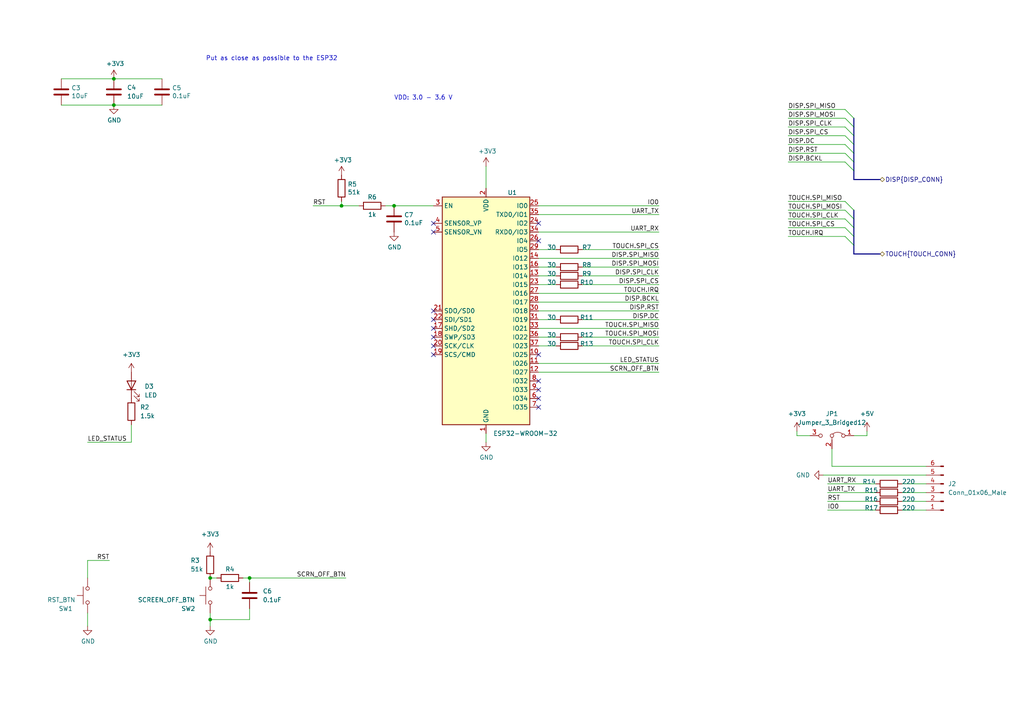
<source format=kicad_sch>
(kicad_sch (version 20211123) (generator eeschema)
  (paper "A4")
  (lib_symbols
    (symbol "Connector:Conn_01x06_Male" (pin_names (offset 1.016) hide)
      (property "Reference" "J" (at 0 7.62 0))
      (property "Value" "Conn_01x06_Male" (at 0 -10.16 0))
      (symbol "Conn_01x06_Male_1_1"
        (polyline (pts (xy 1.27 -7.62) (xy 0.8636 -7.62)) (stroke (width 0.1524)))
        (polyline (pts (xy 1.27 -5.08) (xy 0.8636 -5.08)) (stroke (width 0.1524)))
        (polyline (pts (xy 1.27 -2.54) (xy 0.8636 -2.54)) (stroke (width 0.1524)))
        (polyline (pts (xy 1.27 0) (xy 0.8636 0)) (stroke (width 0.1524)))
        (polyline (pts (xy 1.27 2.54) (xy 0.8636 2.54)) (stroke (width 0.1524)))
        (polyline (pts (xy 1.27 5.08) (xy 0.8636 5.08)) (stroke (width 0.1524)))
        (rectangle (start 0.8636 -7.493) (end 0 -7.747) (stroke (width 0.1524)) (fill (type outline)))
        (rectangle (start 0.8636 -4.953) (end 0 -5.207) (stroke (width 0.1524)) (fill (type outline)))
        (rectangle (start 0.8636 -2.413) (end 0 -2.667) (stroke (width 0.1524)) (fill (type outline)))
        (rectangle (start 0.8636 0.127) (end 0 -0.127) (stroke (width 0.1524)) (fill (type outline)))
        (rectangle (start 0.8636 2.667) (end 0 2.413) (stroke (width 0.1524)) (fill (type outline)))
        (rectangle (start 0.8636 5.207) (end 0 4.953) (stroke (width 0.1524)) (fill (type outline)))
        (pin passive line (at 5.08 5.08 180) (length 3.81) (name "Pin_1") (number "1"))
        (pin passive line (at 5.08 2.54 180) (length 3.81) (name "Pin_2") (number "2"))
        (pin passive line (at 5.08 0 180) (length 3.81) (name "Pin_3") (number "3"))
        (pin passive line (at 5.08 -2.54 180) (length 3.81) (name "Pin_4") (number "4"))
        (pin passive line (at 5.08 -5.08 180) (length 3.81) (name "Pin_5") (number "5"))
        (pin passive line (at 5.08 -7.62 180) (length 3.81) (name "Pin_6") (number "6"))
      )
    )
    (symbol "Device:C" (pin_numbers hide) (pin_names (offset 0.254))
      (property "Reference" "C" (at 0.635 2.54 0))
      (property "Value" "C" (at 0.635 -2.54 0))
      (symbol "C_0_1"
        (polyline (pts (xy -2.032 -0.762) (xy 2.032 -0.762)) (stroke (width 0.508)))
        (polyline (pts (xy -2.032 0.762) (xy 2.032 0.762)) (stroke (width 0.508)))
      )
      (symbol "C_1_1"
        (pin passive line (at 0 3.81 270) (length 2.794) (name "~") (number "1"))
        (pin passive line (at 0 -3.81 90) (length 2.794) (name "~") (number "2"))
      )
    )
    (symbol "Device:LED" (pin_numbers hide) (pin_names (offset 1.016) hide)
      (property "Reference" "D" (at 0 2.54 0))
      (property "Value" "LED" (at 0 -2.54 0))
      (symbol "LED_0_1"
        (polyline (pts (xy -1.27 -1.27) (xy -1.27 1.27)) (stroke (width 0.254)))
        (polyline (pts (xy -1.27 0) (xy 1.27 0)))
        (polyline (pts (xy 1.27 -1.27) (xy 1.27 1.27) (xy -1.27 0) (xy 1.27 -1.27)) (stroke (width 0.254)))
        (polyline (pts (xy -3.048 -0.762) (xy -4.572 -2.286) (xy -3.81 -2.286) (xy -4.572 -2.286) (xy -4.572 -1.524)))
        (polyline (pts (xy -1.778 -0.762) (xy -3.302 -2.286) (xy -2.54 -2.286) (xy -3.302 -2.286) (xy -3.302 -1.524)))
      )
      (symbol "LED_1_1"
        (pin passive line (at -3.81 0 0) (length 2.54) (name "K") (number "1"))
        (pin passive line (at 3.81 0 180) (length 2.54) (name "A") (number "2"))
      )
    )
    (symbol "Device:R" (pin_numbers hide) (pin_names (offset 0))
      (property "Reference" "R" (at 2.032 0 90))
      (property "Value" "R" (at 0 0 90))
      (symbol "R_0_1"
        (rectangle (start -1.016 -2.54) (end 1.016 2.54) (stroke (width 0.254)))
      )
      (symbol "R_1_1"
        (pin passive line (at 0 3.81 270) (length 1.27) (name "~") (number "1"))
        (pin passive line (at 0 -3.81 90) (length 1.27) (name "~") (number "2"))
      )
    )
    (symbol "Jumper:Jumper_3_Bridged12" (pin_names (offset 0) hide)
      (property "Reference" "JP" (at -2.54 -2.54 0))
      (property "Value" "Jumper_3_Bridged12" (at 0 2.794 0))
      (symbol "Jumper_3_Bridged12_0_0"
        (circle (center -3.302 0) (radius 0.508))
        (circle (center 0 0) (radius 0.508))
        (circle (center 3.302 0) (radius 0.508))
      )
      (symbol "Jumper_3_Bridged12_0_1"
        (arc (start -0.254 0.508) (mid -1.651 0.9912) (end -3.048 0.508))
        (polyline (pts (xy 0 -1.27) (xy 0 -0.508)))
      )
      (symbol "Jumper_3_Bridged12_1_1"
        (pin passive line (at -6.35 0 0) (length 2.54) (name "A") (number "1"))
        (pin input line (at 0 -3.81 90) (length 2.54) (name "C") (number "2"))
        (pin passive line (at 6.35 0 180) (length 2.54) (name "B") (number "3"))
      )
    )
    (symbol "RF_Module:ESP32-WROOM-32"
      (property "Reference" "U" (at -12.7 34.29 0))
      (property "Value" "ESP32-WROOM-32" (at 1.27 34.29 0))
      (symbol "ESP32-WROOM-32_0_1"
        (rectangle (start -12.7 33.02) (end 12.7 -33.02) (stroke (width 0.254)) (fill (type background)))
      )
      (symbol "ESP32-WROOM-32_1_1"
        (pin power_in line (at 0 -35.56 90) (length 2.54) (name "GND") (number "1"))
        (pin bidirectional line (at 15.24 -12.7 180) (length 2.54) (name "IO25") (number "10"))
        (pin bidirectional line (at 15.24 -15.24 180) (length 2.54) (name "IO26") (number "11"))
        (pin bidirectional line (at 15.24 -17.78 180) (length 2.54) (name "IO27") (number "12"))
        (pin bidirectional line (at 15.24 10.16 180) (length 2.54) (name "IO14") (number "13"))
        (pin bidirectional line (at 15.24 15.24 180) (length 2.54) (name "IO12") (number "14"))
        (pin passive line (at 0 -35.56 90) (length 2.54) hide (name "GND") (number "15"))
        (pin bidirectional line (at 15.24 12.7 180) (length 2.54) (name "IO13") (number "16"))
        (pin bidirectional line (at -15.24 -5.08 0) (length 2.54) (name "SHD/SD2") (number "17"))
        (pin bidirectional line (at -15.24 -7.62 0) (length 2.54) (name "SWP/SD3") (number "18"))
        (pin bidirectional line (at -15.24 -12.7 0) (length 2.54) (name "SCS/CMD") (number "19"))
        (pin power_in line (at 0 35.56 270) (length 2.54) (name "VDD") (number "2"))
        (pin bidirectional line (at -15.24 -10.16 0) (length 2.54) (name "SCK/CLK") (number "20"))
        (pin bidirectional line (at -15.24 0 0) (length 2.54) (name "SDO/SD0") (number "21"))
        (pin bidirectional line (at -15.24 -2.54 0) (length 2.54) (name "SDI/SD1") (number "22"))
        (pin bidirectional line (at 15.24 7.62 180) (length 2.54) (name "IO15") (number "23"))
        (pin bidirectional line (at 15.24 25.4 180) (length 2.54) (name "IO2") (number "24"))
        (pin bidirectional line (at 15.24 30.48 180) (length 2.54) (name "IO0") (number "25"))
        (pin bidirectional line (at 15.24 20.32 180) (length 2.54) (name "IO4") (number "26"))
        (pin bidirectional line (at 15.24 5.08 180) (length 2.54) (name "IO16") (number "27"))
        (pin bidirectional line (at 15.24 2.54 180) (length 2.54) (name "IO17") (number "28"))
        (pin bidirectional line (at 15.24 17.78 180) (length 2.54) (name "IO5") (number "29"))
        (pin input line (at -15.24 30.48 0) (length 2.54) (name "EN") (number "3"))
        (pin bidirectional line (at 15.24 0 180) (length 2.54) (name "IO18") (number "30"))
        (pin bidirectional line (at 15.24 -2.54 180) (length 2.54) (name "IO19") (number "31"))
        (pin no_connect line (at -12.7 -27.94 0) (length 2.54) hide (name "NC") (number "32"))
        (pin bidirectional line (at 15.24 -5.08 180) (length 2.54) (name "IO21") (number "33"))
        (pin bidirectional line (at 15.24 22.86 180) (length 2.54) (name "RXD0/IO3") (number "34"))
        (pin bidirectional line (at 15.24 27.94 180) (length 2.54) (name "TXD0/IO1") (number "35"))
        (pin bidirectional line (at 15.24 -7.62 180) (length 2.54) (name "IO22") (number "36"))
        (pin bidirectional line (at 15.24 -10.16 180) (length 2.54) (name "IO23") (number "37"))
        (pin passive line (at 0 -35.56 90) (length 2.54) hide (name "GND") (number "38"))
        (pin passive line (at 0 -35.56 90) (length 2.54) hide (name "GND") (number "39"))
        (pin input line (at -15.24 25.4 0) (length 2.54) (name "SENSOR_VP") (number "4"))
        (pin input line (at -15.24 22.86 0) (length 2.54) (name "SENSOR_VN") (number "5"))
        (pin input line (at 15.24 -25.4 180) (length 2.54) (name "IO34") (number "6"))
        (pin input line (at 15.24 -27.94 180) (length 2.54) (name "IO35") (number "7"))
        (pin bidirectional line (at 15.24 -20.32 180) (length 2.54) (name "IO32") (number "8"))
        (pin bidirectional line (at 15.24 -22.86 180) (length 2.54) (name "IO33") (number "9"))
      )
    )
    (symbol "Switch:SW_Push" (pin_numbers hide) (pin_names (offset 1.016) hide)
      (property "Reference" "SW" (at 1.27 2.54 0))
      (property "Value" "SW_Push" (at 0 -1.524 0))
      (symbol "SW_Push_0_1"
        (circle (center -2.032 0) (radius 0.508))
        (polyline (pts (xy 0 1.27) (xy 0 3.048)))
        (polyline (pts (xy 2.54 1.27) (xy -2.54 1.27)))
        (circle (center 2.032 0) (radius 0.508))
        (pin passive line (at -5.08 0 0) (length 2.54) (name "1") (number "1"))
        (pin passive line (at 5.08 0 180) (length 2.54) (name "2") (number "2"))
      )
    )
    (symbol "power:+3.3V" (power) (pin_names (offset 0))
      (property "Value" "+3.3V" (at 0 3.556 0))
      (symbol "+3.3V_0_1"
        (polyline (pts (xy -0.762 1.27) (xy 0 2.54)))
        (polyline (pts (xy 0 0) (xy 0 2.54)))
        (polyline (pts (xy 0 2.54) (xy 0.762 1.27)))
      )
      (symbol "+3.3V_1_1"
        (pin power_in line (at 0 0 90) (length 0) hide (name "+3V3") (number "1"))
      )
    )
    (symbol "power:+5V" (power) (pin_names (offset 0))
      (property "Value" "+5V" (at 0 3.556 0))
      (symbol "+5V_0_1"
        (polyline (pts (xy -0.762 1.27) (xy 0 2.54)))
        (polyline (pts (xy 0 0) (xy 0 2.54)))
        (polyline (pts (xy 0 2.54) (xy 0.762 1.27)))
      )
      (symbol "+5V_1_1"
        (pin power_in line (at 0 0 90) (length 0) hide (name "+5V") (number "1"))
      )
    )
    (symbol "power:GND" (power) (pin_names (offset 0))
      (property "Value" "GND" (at 0 -3.81 0))
      (symbol "GND_0_1"
        (polyline (pts (xy 0 0) (xy 0 -1.27) (xy 1.27 -1.27) (xy 0 -2.54) (xy -1.27 -1.27) (xy 0 -1.27)))
      )
      (symbol "GND_1_1"
        (pin power_in line (at 0 0 270) (length 0) hide (name "GND") (number "1"))
      )
    )
  )
  (bus_alias "TOUCH_CONN" (members "SPI_MISO" "SPI_MOSI" "SPI_CLK" "SPI_CS" "IRQ"))
  (junction (at 33.02 22.86))
  (junction (at 60.96 167.64))
  (junction (at 60.96 179.705))
  (junction (at 72.39 167.64))
  (junction (at 99.06 59.69))
  (junction (at 114.3 59.69))
  (junction (at 33.02 30.48))
  (no_connect (at 125.73 97.79))
  (no_connect (at 125.73 95.25))
  (no_connect (at 156.21 115.57))
  (no_connect (at 156.21 118.11))
  (no_connect (at 125.73 67.31))
  (no_connect (at 125.73 100.33))
  (no_connect (at 156.21 64.77))
  (no_connect (at 156.21 110.49))
  (no_connect (at 156.21 102.87))
  (no_connect (at 125.73 90.17))
  (no_connect (at 125.73 64.77))
  (no_connect (at 156.21 69.85))
  (no_connect (at 125.73 92.71))
  (no_connect (at 125.73 102.87))
  (no_connect (at 156.21 113.03))
  (bus_entry (at 245.11 60.96) (size 2.54 2.54))
  (bus_entry (at 245.11 34.29) (size 2.54 2.54))
  (bus_entry (at 245.11 68.58) (size 2.54 2.54))
  (bus_entry (at 245.11 41.91) (size 2.54 2.54))
  (bus_entry (at 245.11 66.04) (size 2.54 2.54))
  (bus_entry (at 245.11 63.5) (size 2.54 2.54))
  (bus_entry (at 245.11 39.37) (size 2.54 2.54))
  (bus_entry (at 245.11 46.99) (size 2.54 2.54))
  (bus_entry (at 245.11 58.42) (size 2.54 2.54))
  (bus_entry (at 245.11 31.75) (size 2.54 2.54))
  (bus_entry (at 245.11 36.83) (size 2.54 2.54))
  (bus_entry (at 245.11 44.45) (size 2.54 2.54))
  (wire (pts (xy 245.11 60.96) (xy 228.6 60.96)))
  (wire (pts (xy 228.6 46.99) (xy 245.11 46.99)))
  (wire (pts (xy 33.02 22.86) (xy 46.99 22.86)))
  (wire (pts (xy 99.06 59.69) (xy 104.14 59.69)))
  (wire (pts (xy 17.78 22.86) (xy 33.02 22.86)))
  (wire (pts (xy 90.805 59.69) (xy 99.06 59.69)))
  (bus (pts (xy 247.65 39.37) (xy 247.65 41.91)))
  (wire (pts (xy 245.11 39.37) (xy 228.6 39.37)))
  (wire (pts (xy 156.21 107.95) (xy 191.135 107.95)))
  (wire (pts (xy 238.76 137.795) (xy 268.605 137.795)))
  (wire (pts (xy 156.21 67.31) (xy 191.135 67.31)))
  (bus (pts (xy 247.65 49.53) (xy 247.65 52.07)))
  (wire (pts (xy 72.39 176.53) (xy 72.39 179.705)))
  (bus (pts (xy 247.65 60.96) (xy 247.65 63.5)))
  (wire (pts (xy 60.96 179.705) (xy 60.96 181.61)))
  (wire (pts (xy 99.06 58.42) (xy 99.06 59.69)))
  (wire (pts (xy 168.91 97.79) (xy 191.135 97.79)))
  (bus (pts (xy 247.65 73.66) (xy 255.27 73.66)))
  (wire (pts (xy 228.6 36.83) (xy 245.11 36.83)))
  (wire (pts (xy 240.03 147.955) (xy 254 147.955)))
  (wire (pts (xy 247.65 126.365) (xy 251.46 126.365)))
  (wire (pts (xy 228.6 31.75) (xy 245.11 31.75)))
  (wire (pts (xy 156.21 90.17) (xy 191.135 90.17)))
  (bus (pts (xy 247.65 71.12) (xy 247.65 73.66)))
  (wire (pts (xy 156.21 85.09) (xy 191.135 85.09)))
  (bus (pts (xy 247.65 46.99) (xy 247.65 49.53)))
  (wire (pts (xy 25.4 162.56) (xy 25.4 167.64)))
  (wire (pts (xy 228.6 41.91) (xy 245.11 41.91)))
  (wire (pts (xy 111.76 59.69) (xy 114.3 59.69)))
  (wire (pts (xy 140.97 128.27) (xy 140.97 125.73)))
  (bus (pts (xy 247.65 34.29) (xy 247.65 36.83)))
  (wire (pts (xy 33.02 30.48) (xy 46.99 30.48)))
  (bus (pts (xy 247.65 41.91) (xy 247.65 44.45)))
  (bus (pts (xy 247.65 63.5) (xy 247.65 66.04)))
  (wire (pts (xy 72.39 167.64) (xy 72.39 168.91)))
  (wire (pts (xy 245.11 66.04) (xy 228.6 66.04)))
  (wire (pts (xy 231.14 125.095) (xy 231.14 126.365)))
  (wire (pts (xy 156.21 72.39) (xy 161.29 72.39)))
  (wire (pts (xy 268.605 140.335) (xy 261.62 140.335)))
  (wire (pts (xy 156.21 87.63) (xy 191.135 87.63)))
  (wire (pts (xy 25.4 177.8) (xy 25.4 181.61)))
  (wire (pts (xy 268.605 142.875) (xy 261.62 142.875)))
  (wire (pts (xy 168.91 80.01) (xy 191.135 80.01)))
  (wire (pts (xy 168.91 77.47) (xy 191.135 77.47)))
  (wire (pts (xy 60.96 179.705) (xy 72.39 179.705)))
  (wire (pts (xy 17.78 30.48) (xy 33.02 30.48)))
  (wire (pts (xy 228.6 63.5) (xy 245.11 63.5)))
  (bus (pts (xy 247.65 36.83) (xy 247.65 39.37)))
  (wire (pts (xy 168.91 82.55) (xy 191.135 82.55)))
  (wire (pts (xy 38.1 128.27) (xy 25.4 128.27)))
  (wire (pts (xy 156.21 74.93) (xy 191.135 74.93)))
  (wire (pts (xy 168.91 92.71) (xy 191.135 92.71)))
  (wire (pts (xy 228.6 68.58) (xy 245.11 68.58)))
  (wire (pts (xy 168.91 72.39) (xy 191.135 72.39)))
  (wire (pts (xy 240.03 142.875) (xy 254 142.875)))
  (wire (pts (xy 245.11 34.29) (xy 228.6 34.29)))
  (wire (pts (xy 156.21 92.71) (xy 161.29 92.71)))
  (wire (pts (xy 140.97 48.26) (xy 140.97 54.61)))
  (wire (pts (xy 228.6 58.42) (xy 245.11 58.42)))
  (wire (pts (xy 72.39 167.64) (xy 100.33 167.64)))
  (wire (pts (xy 231.14 126.365) (xy 234.95 126.365)))
  (bus (pts (xy 247.65 44.45) (xy 247.65 46.99)))
  (wire (pts (xy 156.21 100.33) (xy 161.29 100.33)))
  (wire (pts (xy 241.3 130.175) (xy 241.3 135.255)))
  (wire (pts (xy 25.4 162.56) (xy 31.75 162.56)))
  (wire (pts (xy 125.73 59.69) (xy 114.3 59.69)))
  (wire (pts (xy 168.91 100.33) (xy 191.135 100.33)))
  (wire (pts (xy 60.96 177.8) (xy 60.96 179.705)))
  (wire (pts (xy 240.03 140.335) (xy 254 140.335)))
  (wire (pts (xy 38.1 123.19) (xy 38.1 128.27)))
  (wire (pts (xy 156.21 62.23) (xy 191.135 62.23)))
  (wire (pts (xy 156.21 105.41) (xy 191.135 105.41)))
  (bus (pts (xy 247.65 52.07) (xy 255.27 52.07)))
  (wire (pts (xy 156.21 80.01) (xy 161.29 80.01)))
  (bus (pts (xy 247.65 66.04) (xy 247.65 68.58)))
  (wire (pts (xy 156.21 97.79) (xy 161.29 97.79)))
  (wire (pts (xy 156.21 77.47) (xy 161.29 77.47)))
  (wire (pts (xy 156.21 82.55) (xy 161.29 82.55)))
  (wire (pts (xy 251.46 126.365) (xy 251.46 125.095)))
  (wire (pts (xy 245.11 44.45) (xy 228.6 44.45)))
  (wire (pts (xy 240.03 145.415) (xy 254 145.415)))
  (wire (pts (xy 70.485 167.64) (xy 72.39 167.64)))
  (wire (pts (xy 156.21 95.25) (xy 191.135 95.25)))
  (wire (pts (xy 268.605 145.415) (xy 261.62 145.415)))
  (wire (pts (xy 268.605 147.955) (xy 261.62 147.955)))
  (wire (pts (xy 156.21 59.69) (xy 191.135 59.69)))
  (bus (pts (xy 247.65 68.58) (xy 247.65 71.12)))
  (wire (pts (xy 241.3 135.255) (xy 268.605 135.255)))
  (wire (pts (xy 60.96 167.64) (xy 62.865 167.64)))
  (text "Put as close as possible to the ESP32" (at 59.69 17.78 0) (effects (font (size 1.27 1.27)) (justify left bottom)))
  (text "VDD: 3.0 - 3.6 V" (at 114.3 29.21 0) (effects (font (size 1.27 1.27)) (justify left bottom)))
  (label "UART_TX" (at 191.135 62.23 180))
  (label "RST" (at 31.75 162.56 180))
  (label "SCRN_OFF_BTN" (at 100.33 167.64 180))
  (label "DISP.BCKL" (at 191.135 87.63 180))
  (label "DISP.SPI_CS" (at 228.6 39.37 0))
  (label "UART_RX" (at 191.135 67.31 180))
  (label "TOUCH.SPI_MISO" (at 228.6 58.42 0))
  (label "TOUCH.IRQ" (at 228.6 68.58 0))
  (label "IO0" (at 240.03 147.955 0))
  (label "DISP.SPI_CLK" (at 191.135 80.01 180))
  (label "TOUCH.IRQ" (at 191.135 85.09 180))
  (label "TOUCH.SPI_CS" (at 228.6 66.04 0))
  (label "DISP.SPI_MOSI" (at 191.135 77.47 180))
  (label "LED_STATUS" (at 191.135 105.41 180))
  (label "TOUCH.SPI_CLK" (at 228.6 63.5 0))
  (label "DISP.SPI_CLK" (at 228.6 36.83 0))
  (label "DISP.DC" (at 228.6 41.91 0))
  (label "TOUCH.SPI_MISO" (at 191.135 95.25 180))
  (label "TOUCH.SPI_CLK" (at 191.135 100.33 180))
  (label "TOUCH.SPI_MOSI" (at 228.6 60.96 0))
  (label "DISP.BCKL" (at 228.6 46.99 0))
  (label "DISP.DC" (at 191.135 92.71 180))
  (label "DISP.SPI_MISO" (at 228.6 31.75 0))
  (label "LED_STATUS" (at 25.4 128.27 0))
  (label "DISP.SPI_MOSI" (at 228.6 34.29 0))
  (label "UART_RX" (at 240.03 140.335 0))
  (label "RST" (at 240.03 145.415 0))
  (label "DISP.SPI_CS" (at 191.135 82.55 180))
  (label "UART_TX" (at 240.03 142.875 0))
  (label "DISP.SPI_MISO" (at 191.135 74.93 180))
  (label "RST" (at 90.805 59.69 0))
  (label "DISP.RST" (at 228.6 44.45 0))
  (label "TOUCH.SPI_CS" (at 191.135 72.39 180))
  (label "DISP.RST" (at 191.135 90.17 180))
  (label "IO0" (at 191.135 59.69 180))
  (label "TOUCH.SPI_MOSI" (at 191.135 97.79 180))
  (label "SCRN_OFF_BTN" (at 191.135 107.95 180))
  (hierarchical_label "DISP{DISP_CONN}" (shape bidirectional) (at 255.27 52.07 0))
  (hierarchical_label "TOUCH{TOUCH_CONN}" (shape bidirectional) (at 255.27 73.66 0))
  (symbol (lib_id "RF_Module:ESP32-WROOM-32") (at 140.97 90.17 0) (unit 1)
    (property "Reference" "U1" (at 148.59 55.88 0))
    (property "Value" "ESP32-WROOM-32" (at 152.4 125.73 0))
    (property "Footprint" "RF_Module:ESP32-WROOM-32" (effects hide))
    (property "Datasheet" "https://www.espressif.com/sites/default/files/documentation/esp32-wroom-32_datasheet_en.pdf" (effects hide))
  )
  (symbol (lib_id "Device:R") (at 99.06 54.61 0) (unit 1)
    (property "Reference" "R5" (at 100.838 53.4416 0) (effects (justify left)))
    (property "Value" "51k" (at 100.838 55.753 0) (effects (justify left)))
    (property "Footprint" "Resistor_SMD:R_0603_1608Metric_Pad0.98x0.95mm_HandSolder" (effects hide))
  )
  (symbol (lib_id "Device:C") (at 114.3 63.5 0) (unit 1)
    (property "Reference" "C7" (at 117.221 62.3316 0) (effects (justify left)))
    (property "Value" "0.1uF" (at 117.221 64.643 0) (effects (justify left)))
    (property "Footprint" "Capacitor_SMD:C_0603_1608Metric_Pad1.08x0.95mm_HandSolder" (effects hide))
  )
  (symbol (lib_id "power:GND") (at 114.3 67.31 0) (unit 1)
    (property "Reference" "#PWR017" (effects hide))
    (property "Value" "GND" (at 114.427 71.7042 0))
  )
  (symbol (lib_id "power:+3.3V") (at 99.06 50.8 0) (unit 1)
    (property "Reference" "#PWR016" (effects hide))
    (property "Value" "+3.3V" (at 99.441 46.4058 0))
  )
  (symbol (lib_id "power:+3.3V") (at 140.97 48.26 0) (unit 1)
    (property "Reference" "#PWR018" (effects hide))
    (property "Value" "+3.3V" (at 141.351 43.8658 0))
  )
  (symbol (lib_id "power:GND") (at 140.97 128.27 0) (unit 1)
    (property "Reference" "#PWR019" (effects hide))
    (property "Value" "GND" (at 141.097 132.6642 0))
  )
  (symbol (lib_id "Device:C") (at 17.78 26.67 0) (unit 1)
    (property "Reference" "C3" (at 20.701 25.5016 0) (effects (justify left)))
    (property "Value" "10uF" (at 20.701 27.813 0) (effects (justify left)))
    (property "Footprint" "Capacitor_SMD:C_0603_1608Metric_Pad1.08x0.95mm_HandSolder" (effects hide))
  )
  (symbol (lib_id "Device:C") (at 46.99 26.67 0) (unit 1)
    (property "Reference" "C5" (at 49.911 25.5016 0) (effects (justify left)))
    (property "Value" "0.1uF" (at 49.911 27.813 0) (effects (justify left)))
    (property "Footprint" "Capacitor_SMD:C_0603_1608Metric_Pad1.08x0.95mm_HandSolder" (effects hide))
  )
  (symbol (lib_id "power:GND") (at 33.02 30.48 0) (unit 1)
    (property "Reference" "#PWR012" (effects hide))
    (property "Value" "GND" (at 33.147 34.8742 0))
  )
  (symbol (lib_id "power:+3.3V") (at 33.02 22.86 0) (unit 1)
    (property "Reference" "#PWR011" (effects hide))
    (property "Value" "+3.3V" (at 33.401 18.4658 0))
  )
  (symbol (lib_id "Switch:SW_Push") (at 25.4 172.72 90) (mirror x) (unit 1)
    (property "Reference" "SW1" (at 19.05 176.53 90))
    (property "Value" "RST_BTN" (at 17.78 173.99 90))
    (property "Footprint" "Button_Switch_THT:SW_Tactile_SPST_Angled_PTS645Vx83-2LFS" (effects hide))
  )
  (symbol (lib_id "power:GND") (at 25.4 181.61 0) (unit 1)
    (property "Reference" "#PWR010" (effects hide))
    (property "Value" "GND" (at 25.527 186.0042 0))
  )
  (symbol (lib_id "Switch:SW_Push") (at 60.96 172.72 90) (mirror x) (unit 1)
    (property "Reference" "SW2" (at 54.61 176.53 90))
    (property "Value" "SCREEN_OFF_BTN" (at 48.26 173.99 90))
    (property "Footprint" "Button_Switch_THT:SW_Tactile_SPST_Angled_PTS645Vx83-2LFS" (effects hide))
  )
  (symbol (lib_id "power:GND") (at 60.96 181.61 0) (unit 1)
    (property "Reference" "#PWR015" (effects hide))
    (property "Value" "GND" (at 61.087 186.0042 0))
  )
  (symbol (lib_id "Device:R") (at 107.95 59.69 90) (unit 1)
    (property "Reference" "R6" (at 107.95 57.15 90))
    (property "Value" "1k" (at 107.95 62.23 90))
    (property "Footprint" "Resistor_SMD:R_0603_1608Metric_Pad0.98x0.95mm_HandSolder" (effects hide))
  )
  (symbol (lib_id "Device:R") (at 257.81 145.415 90) (unit 1)
    (property "Reference" "R16" (at 252.73 144.78 90))
    (property "Value" "220" (at 263.525 144.78 90))
    (property "Footprint" "Resistor_SMD:R_0603_1608Metric_Pad0.98x0.95mm_HandSolder" (effects hide))
  )
  (symbol (lib_id "Device:R") (at 165.1 92.71 90) (unit 1)
    (property "Reference" "R11" (at 170.18 92.075 90))
    (property "Value" "30" (at 160.02 92.075 90))
    (property "Footprint" "Resistor_SMD:R_0603_1608Metric_Pad0.98x0.95mm_HandSolder" (effects hide))
  )
  (symbol (lib_id "Device:LED") (at 38.1 111.76 90) (unit 1)
    (property "Reference" "D3" (at 41.91 112.0774 90) (effects (justify right)))
    (property "Value" "LED" (at 41.91 114.6174 90) (effects (justify right)))
    (property "Footprint" "Diode_SMD:D_0603_1608Metric_Pad1.05x0.95mm_HandSolder" (effects hide))
  )
  (symbol (lib_id "Device:C") (at 33.02 26.67 0) (unit 1)
    (property "Reference" "C4" (at 36.83 25.3999 0) (effects (justify left)))
    (property "Value" "10uF" (at 36.83 27.9399 0) (effects (justify left)))
    (property "Footprint" "Capacitor_SMD:C_0603_1608Metric_Pad1.08x0.95mm_HandSolder" (effects hide))
  )
  (symbol (lib_id "power:+5V") (at 251.46 125.095 0) (unit 1)
    (property "Reference" "#PWR022" (effects hide))
    (property "Value" "+5V" (at 251.46 120.015 0))
  )
  (symbol (lib_id "power:GND") (at 238.76 137.795 270) (unit 1)
    (property "Reference" "#PWR021" (effects hide))
    (property "Value" "GND" (at 234.95 137.7949 90) (effects (justify right)))
  )
  (symbol (lib_id "power:+3.3V") (at 60.96 160.02 0) (unit 1)
    (property "Reference" "#PWR014" (effects hide))
    (property "Value" "+3.3V" (at 60.96 154.94 0))
  )
  (symbol (lib_id "power:+3.3V") (at 38.1 107.95 0) (unit 1)
    (property "Reference" "#PWR013" (effects hide))
    (property "Value" "+3.3V" (at 38.1 102.87 0))
  )
  (symbol (lib_id "Jumper:Jumper_3_Bridged12") (at 241.3 126.365 0) (mirror y) (unit 1)
    (property "Reference" "JP1" (at 241.3 120.015 0))
    (property "Value" "Jumper_3_Bridged12" (at 241.3 122.555 0))
    (property "Footprint" "Jumper:SolderJumper-3_P1.3mm_Bridged12_RoundedPad1.0x1.5mm" (effects hide))
  )
  (symbol (lib_id "Device:R") (at 60.96 163.83 0) (unit 1)
    (property "Reference" "R3" (at 55.245 162.56 0) (effects (justify left)))
    (property "Value" "51k" (at 55.245 165.1 0) (effects (justify left)))
    (property "Footprint" "Resistor_SMD:R_0603_1608Metric_Pad0.98x0.95mm_HandSolder" (effects hide))
  )
  (symbol (lib_id "Device:R") (at 165.1 82.55 90) (unit 1)
    (property "Reference" "R10" (at 170.18 81.915 90))
    (property "Value" "30" (at 160.02 81.915 90))
    (property "Footprint" "Resistor_SMD:R_0603_1608Metric_Pad0.98x0.95mm_HandSolder" (effects hide))
  )
  (symbol (lib_id "Connector:Conn_01x06_Male") (at 273.685 142.875 180) (unit 1)
    (property "Reference" "J2" (at 274.955 140.3349 0) (effects (justify right)))
    (property "Value" "Conn_01x06_Male" (at 274.955 142.8749 0) (effects (justify right)))
    (property "Footprint" "Connector_PinHeader_2.54mm:PinHeader_1x06_P2.54mm_Horizontal" (effects hide))
  )
  (symbol (lib_id "Device:R") (at 257.81 147.955 90) (unit 1)
    (property "Reference" "R17" (at 252.73 147.32 90))
    (property "Value" "220" (at 263.525 147.32 90))
    (property "Footprint" "Resistor_SMD:R_0603_1608Metric_Pad0.98x0.95mm_HandSolder" (effects hide))
  )
  (symbol (lib_id "Device:R") (at 257.81 142.875 90) (unit 1)
    (property "Reference" "R15" (at 252.73 142.24 90))
    (property "Value" "220" (at 263.525 142.24 90))
    (property "Footprint" "Resistor_SMD:R_0603_1608Metric_Pad0.98x0.95mm_HandSolder" (effects hide))
  )
  (symbol (lib_id "Device:R") (at 66.675 167.64 270) (unit 1)
    (property "Reference" "R4" (at 66.675 165.1 90))
    (property "Value" "1k" (at 66.675 170.18 90))
    (property "Footprint" "Resistor_SMD:R_0603_1608Metric_Pad0.98x0.95mm_HandSolder" (effects hide))
  )
  (symbol (lib_id "Device:R") (at 165.1 77.47 90) (unit 1)
    (property "Reference" "R8" (at 170.18 76.835 90))
    (property "Value" "30" (at 160.02 76.835 90))
    (property "Footprint" "Resistor_SMD:R_0603_1608Metric_Pad0.98x0.95mm_HandSolder" (effects hide))
  )
  (symbol (lib_id "Device:R") (at 38.1 119.38 0) (unit 1)
    (property "Reference" "R2" (at 40.64 118.1099 0) (effects (justify left)))
    (property "Value" "1.5k" (at 40.64 120.6499 0) (effects (justify left)))
    (property "Footprint" "Resistor_SMD:R_0603_1608Metric_Pad0.98x0.95mm_HandSolder" (effects hide))
  )
  (symbol (lib_id "Device:R") (at 165.1 80.01 90) (unit 1)
    (property "Reference" "R9" (at 170.18 79.375 90))
    (property "Value" "30" (at 160.02 79.375 90))
    (property "Footprint" "Resistor_SMD:R_0603_1608Metric_Pad0.98x0.95mm_HandSolder" (effects hide))
  )
  (symbol (lib_id "Device:R") (at 165.1 97.79 90) (unit 1)
    (property "Reference" "R12" (at 170.18 97.155 90))
    (property "Value" "30" (at 160.02 97.155 90))
    (property "Footprint" "Resistor_SMD:R_0603_1608Metric_Pad0.98x0.95mm_HandSolder" (effects hide))
  )
  (symbol (lib_id "power:+3.3V") (at 231.14 125.095 0) (unit 1)
    (property "Reference" "#PWR020" (effects hide))
    (property "Value" "+3.3V" (at 231.14 120.015 0))
  )
  (symbol (lib_id "Device:R") (at 165.1 100.33 90) (unit 1)
    (property "Reference" "R13" (at 170.18 99.695 90))
    (property "Value" "30" (at 160.02 99.695 90))
    (property "Footprint" "Resistor_SMD:R_0603_1608Metric_Pad0.98x0.95mm_HandSolder" (effects hide))
  )
  (symbol (lib_id "Device:R") (at 257.81 140.335 90) (unit 1)
    (property "Reference" "R14" (at 252.095 139.7 90))
    (property "Value" "220" (at 263.525 139.7 90))
    (property "Footprint" "Resistor_SMD:R_0603_1608Metric_Pad0.98x0.95mm_HandSolder" (effects hide))
  )
  (symbol (lib_id "Device:R") (at 165.1 72.39 90) (unit 1)
    (property "Reference" "R7" (at 170.18 71.755 90))
    (property "Value" "30" (at 160.02 71.755 90))
    (property "Footprint" "Resistor_SMD:R_0603_1608Metric_Pad0.98x0.95mm_HandSolder" (effects hide))
  )
  (symbol (lib_id "Device:C") (at 72.39 172.72 0) (unit 1)
    (property "Reference" "C6" (at 76.2 171.4499 0) (effects (justify left)))
    (property "Value" "0.1uF" (at 76.2 173.9899 0) (effects (justify left)))
    (property "Footprint" "Capacitor_SMD:C_0603_1608Metric_Pad1.08x0.95mm_HandSolder" (effects hide))
  )
)
</source>
